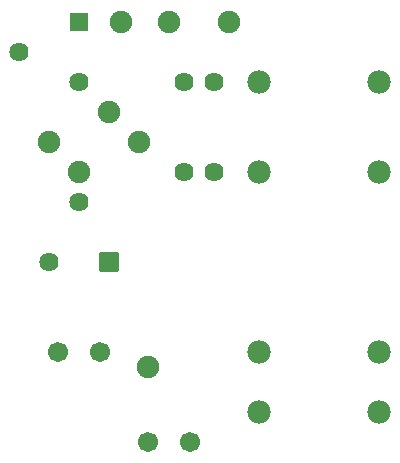
<source format=gts>
G04 Layer: TopSolderMaskLayer*
G04 EasyEDA v6.5.22, 2023-04-11 18:51:13*
G04 Gerber Generator version 0.2*
G04 Scale: 100 percent, Rotated: No, Reflected: No *
G04 Dimensions in millimeters *
G04 leading zeros omitted , absolute positions ,4 integer and 5 decimal *
%FSLAX45Y45*%
%MOMM*%

%AMMACRO1*1,1,$1,$2,$3*1,1,$1,$4,$5*1,1,$1,0-$2,0-$3*1,1,$1,0-$4,0-$5*20,1,$1,$2,$3,$4,$5,0*20,1,$1,$4,$5,0-$2,0-$3,0*20,1,$1,0-$2,0-$3,0-$4,0-$5,0*20,1,$1,0-$4,0-$5,$2,$3,0*4,1,4,$2,$3,$4,$5,0-$2,0-$3,0-$4,0-$5,$2,$3,0*%
%ADD10C,1.7016*%
%ADD11C,1.6240*%
%ADD12C,1.6256*%
%ADD13R,1.6256X1.6256*%
%ADD14MACRO1,0.1016X-0.762X0.762X0.762X0.762*%
%ADD15C,1.9812*%
%ADD16C,1.9016*%

%LPD*%
D10*
G01*
X1348981Y-5080000D03*
G01*
X1698993Y-5080000D03*
G01*
X2110978Y-5841997D03*
G01*
X2460990Y-5841997D03*
D11*
G01*
X2666994Y-2793994D03*
G01*
X2412994Y-2793994D03*
G01*
X2666994Y-3555992D03*
G01*
X2412994Y-3555992D03*
D12*
G01*
X1523997Y-2793994D03*
G01*
X1015997Y-2539994D03*
D13*
G01*
X1523997Y-2285994D03*
D12*
G01*
X1269997Y-4317992D03*
G01*
X1523997Y-3809992D03*
D14*
G01*
X1777997Y-4317992D03*
D15*
G01*
X3047992Y-2793994D03*
G01*
X4063992Y-2793994D03*
G01*
X3047992Y-3555992D03*
G01*
X4063992Y-3555992D03*
G01*
X4063992Y-5079989D03*
G01*
X3047992Y-5079989D03*
G01*
X4063992Y-5587989D03*
G01*
X3047992Y-5587989D03*
D16*
G01*
X1269997Y-3301992D03*
G01*
X2031994Y-3301992D03*
G01*
X1777997Y-3047994D03*
G01*
X1879597Y-2285994D03*
G01*
X2285994Y-2285994D03*
G01*
X2793994Y-2285994D03*
G01*
X1524000Y-3555984D03*
G01*
X2108194Y-5206989D03*
M02*

</source>
